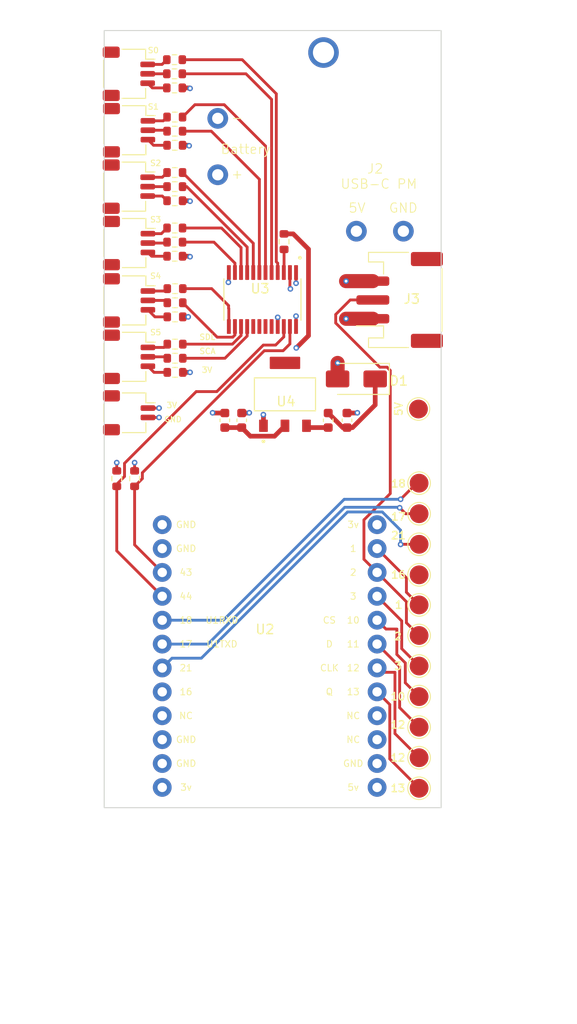
<source format=kicad_pcb>
(kicad_pcb (version 20240108) (generator "pcbnew") (generator_version "8.0")
  (layers (0 "F.Cu" signal) (1 "In1.Cu" signal) (2 "In2.Cu" signal) (31 "B.Cu" signal) (34 "B.Paste" user) (35 "F.Paste" user) (36 "B.SilkS" user "B.Silkscreen") (37 "F.SilkS" user "F.Silkscreen") (38 "B.Mask" user) (39 "F.Mask" user) (44 "Edge.Cuts" user))
  (net 0 "")
  (net 1 "Net-(U4-VIN)")
  (net 2 "Net-(D1-K)")
  (net 3 "Net-(U4-VOUT)")
  (net 4 "/+3.3V")
  (net 5 "/GND")
  (net 6 "/+5V")
  (net 7 "Net-(J4-Pin_1)")
  (net 8 "Net-(J4-Pin_2)")
  (net 9 "Net-(J4-Pin_3)")
  (net 10 "Net-(J5-Pin_1)")
  (net 11 "Net-(J5-Pin_2)")
  (net 12 "Net-(J6-Pin_2)")
  (net 13 "Net-(J6-Pin_3)")
  (net 14 "Net-(J6-Pin_1)")
  (net 15 "Net-(J7-Pin_1)")
  (net 16 "Net-(J7-Pin_2)")
  (net 17 "Net-(J8-Pin_3)")
  (net 18 "Net-(J8-Pin_1)")
  (net 19 "Net-(J8-Pin_2)")
  (net 20 "Net-(J9-Pin_2)")
  (net 21 "Net-(J9-Pin_1)")
  (net 22 "/SDA")
  (net 23 "/SCL")
  (net 24 "Net-(U2-10)")
  (net 25 "Net-(U3-SD0)")
  (net 26 "Net-(U3-SC0)")
  (net 27 "Net-(U3-SD1)")
  (net 28 "Net-(U3-SC1)")
  (net 29 "Net-(U3-SD2)")
  (net 30 "Net-(U3-SC2)")
  (net 31 "Net-(U3-SD3)")
  (net 32 "Net-(U3-SC3)")
  (net 33 "Net-(U3-SD4)")
  (net 34 "Net-(U3-SC4)")
  (net 35 "Net-(U3-SD5)")
  (net 36 "Net-(U3-SC5)")
  (net 37 "Net-(U2-1)")
  (net 38 "Net-(U2-3)")
  (net 39 "Net-(U2-18)")
  (net 40 "Net-(U2-17)")
  (net 41 "Net-(U2-21)")
  (net 42 "Net-(U2-16)")
  (net 50 "Net-(3V1-Pad1)")
  (net 51 "Net-(3V2-Pad1)")
  (net 52 "Net-(J3-Pin_2)")
  (footprint "Connector_JST:JST_SH_SM02B-SRSS-TB_1x02-1MP_P1.00mm_Horizontal" (layer "F.Cu") (at 138.3125 100.2 -90)
    (property "Reference" "J10" (hide yes))
    (property "Value" "Conn_01x02")
  )
  (footprint "Resistor_SMD:R_0603_1608Metric" (layer "F.Cu") (at 143.175 82.05)
    (property "Reference" "R17" (hide yes))
    (property "Value" "100Ω")
  )
  (footprint "Resistor_SMD:R_0603_1608Metric" (layer "F.Cu") (at 143.15 64.15)
    (property "Reference" "R11" (hide yes))
    (property "Value" "100Ω" (hide yes))
  )
  (footprint "Resistor_SMD:R_0603_1608Metric" (layer "F.Cu") (at 143.175 76.15)
    (property "Reference" "R15" (hide yes))
    (property "Value" "100Ω")
  )
  (footprint "Capacitor_SMD:C_0603_1608Metric" (layer "F.Cu") (at 148.4975 101 90)
    (property "Reference" "C2" (hide yes))
    (property "Value" "22µF")
  )
  (footprint "Connector_JST:JST_SH_SM03B-SRSS-TB_1x03-1MP_P1.00mm_Horizontal" (layer "F.Cu") (at 138.2875 64.15 -90)
    (property "Reference" "J4" (hide yes))
    (property "Value" "Conn_01x03")
  )
  (footprint "Resistor_SMD:R_0603_1608Metric" (layer "F.Cu") (at 137 107.2 90)
    (property "Reference" "R2" (hide yes))
    (property "Value" "4.7kΩ")
  )
  (footprint "Resistor_SMD:R_0603_1608Metric" (layer "F.Cu") (at 143.2 88.5)
    (property "Reference" "R19" (hide yes))
    (property "Value" "100Ω")
  )
  (footprint "Resistor_SMD:R_0603_1608Metric" (layer "F.Cu") (at 143.15 65.65 180)
    (property "Reference" "R3" (hide yes))
    (property "Value" "10kΩ" (hide yes))
  )
  (footprint "Resistor_SMD:R_0603_1608Metric" (layer "F.Cu") (at 143.175 68.75)
    (property "Reference" "R12" (hide yes))
    (property "Value" "100Ω" (hide yes))
  )
  (footprint "TestPoint:TestPoint_Pad_D2.0mm" (layer "F.Cu") (at 169.169068 123.885)
    (property "Reference" "2")
    (property "Value" "TestPoint" (hide yes))
  )
  (footprint "TestPoint:TestPoint_Pad_D2.0mm" (layer "F.Cu") (at 169.169068 110.935)
    (property "Reference" "17")
    (property "Value" "TestPoint" (hide yes))
  )
  (footprint "Resistor_SMD:R_0603_1608Metric" (layer "F.Cu") (at 143.175 80.55)
    (property "Reference" "R16" (hide yes))
    (property "Value" "100Ω")
  )
  (footprint "Capacitor_SMD:C_0603_1608Metric" (layer "F.Cu") (at 159.4975 101 -90)
    (property "Reference" "C1" (hide yes))
    (property "Value" "10µF")
  )
  (footprint "TestPoint:TestPoint_Pad_D2.0mm" (layer "F.Cu") (at 169.169068 136.885)
    (property "Reference" "12")
    (property "Value" "TestPoint" (hide yes))
  )
  (footprint "Resistor_SMD:R_0603_1608Metric" (layer "F.Cu") (at 143.175 83.55 180)
    (property "Reference" "R7" (hide yes))
    (property "Value" "10kΩ")
  )
  (footprint "Library:T-Display-S3" (layer "F.Cu") (at 164.7 145.12)
    (property "Reference" "U2")
    (property "Value" "T-Display-S3")
  )
  (footprint "Connector_JST:JST_SH_SM03B-SRSS-TB_1x03-1MP_P1.00mm_Horizontal" (layer "F.Cu") (at 138.2875 76.15 -90)
    (property "Reference" "J6" (hide yes))
    (property "Value" "Conn_01x03")
  )
  (footprint "Resistor_SMD:R_0603_1608Metric" (layer "F.Cu") (at 143.2 94.4)
    (property "Reference" "R21" (hide yes))
    (property "Value" "100Ω")
  )
  (footprint "Resistor_SMD:R_0603_1608Metric" (layer "F.Cu") (at 143.175 71.75 180)
    (property "Reference" "R4" (hide yes))
    (property "Value" "10kΩ" (hide yes))
  )
  (footprint "Resistor_SMD:R_0603_1608Metric" (layer "F.Cu") (at 143.175 77.65 180)
    (property "Reference" "R5" (hide yes))
    (property "Value" "10kΩ")
  )
  (footprint "Resistor_SMD:R_0603_1608Metric" (layer "F.Cu") (at 138.9 107.2 90)
    (property "Reference" "R1" (hide yes))
    (property "Value" "4.7kΩ")
  )
  (footprint "TestPoint:TestPoint_Pad_D2.0mm" (layer "F.Cu") (at 169.169068 120.635)
    (property "Reference" "1")
    (property "Value" "TestPoint" (hide yes))
  )
  (footprint "Diode_SMD:D_SMA" (layer "F.Cu") (at 162.4975 96.6 180)
    (property "Reference" "D1")
    (property "Value" "D_Schottky")
  )
  (footprint "TestPoint:TestPoint_Pad_D2.0mm" (layer "F.Cu") (at 169.1 99.8)
    (property "Reference" "5V")
    (property "Value" "TP")
  )
  (footprint "Connector_JST:JST_SH_SM03B-SRSS-TB_1x03-1MP_P1.00mm_Horizontal" (layer "F.Cu") (at 138.3125 70.15 -90)
    (property "Reference" "J5" (hide yes))
    (property "Value" "Conn_01x03")
  )
  (footprint "TestPoint:TestPoint_Pad_D2.0mm" (layer "F.Cu") (at 169.169068 140.135)
    (property "Reference" "13")
    (property "Value" "TestPoint" (hide yes))
  )
  (footprint "Resistor_SMD:R_0603_1608Metric" (layer "F.Cu") (at 143.175 74.65)
    (property "Reference" "R14" (hide yes))
    (property "Value" "100Ω")
  )
  (footprint "Resistor_SMD:R_0603_1608Metric" (layer "F.Cu") (at 143.2 87)
    (property "Reference" "R18" (hide yes))
    (property "Value" "100Ω")
  )
  (footprint "TestPoint:TestPoint_Pad_D2.0mm" (layer "F.Cu") (at 169.169068 127.135)
    (property "Reference" "3")
    (property "Value" "TestPoint" (hide yes))
  )
  (footprint "TestPoint:TestPoint_Pad_D2.0mm" (layer "F.Cu") (at 169.169068 117.435)
    (property "Reference" "16")
    (property "Value" "TestPoint" (hide yes))
  )
  (footprint "Resistor_SMD:R_0603_1608Metric" (layer "F.Cu") (at 143.175 70.25)
    (property "Reference" "R13" (hide yes))
    (property "Value" "100Ω" (hide yes))
  )
  (footprint "TestPoint:TestPoint_Pad_D2.0mm" (layer "F.Cu") (at 169.169068 114.185)
    (property "Reference" "21")
    (property "Value" "TestPoint" (hide yes))
  )
  (footprint "TestPoint:TestPoint_Pad_D2.0mm" (layer "F.Cu") (at 169.169068 130.385)
    (property "Reference" "10")
    (property "Value" "TestPoint" (hide yes))
  )
  (footprint "AMS1117-3.3:SOT229P700X180-4N" (layer "F.Cu") (at 154.8975 98.2375 90)
    (property "Reference" "U4")
    (property "Value" "AMS1117-3.3")
  )
  (footprint "Resistor_SMD:R_0603_1608Metric" (layer "F.Cu") (at 154.8 82 90)
    (property "Reference" "R6" (hide yes))
    (property "Value" "10kΩ")
  )
  (footprint "Library:USBC_Power_Module" (layer "F.Cu") (at 171.4975 81.8875 180)
    (property "Reference" "J2")
    (property "Value" "~")
  )
  (footprint "Connector_JST:JST_SH_SM03B-SRSS-TB_1x03-1MP_P1.00mm_Horizontal" (layer "F.Cu") (at 138.3125 88.25 -90)
    (property "Reference" "J8" (hide yes))
    (property "Value" "Conn_01x03")
  )
  (footprint "Connector_JST:JST_SH_SM03B-SRSS-TB_1x03-1MP_P1.00mm_Horizontal" (layer "F.Cu") (at 138.3125 94.25 -90)
    (property "Reference" "J9" (hide yes))
    (property "Value" "Conn_01x03")
  )
  (footprint "TCA9548:SOP65P640X120-24N" (layer "F.Cu") (at 152.5 88.155 -90)
    (property "Reference" "U3")
    (property "Value" "TCA9548APWR")
  )
  (footprint "TestPoint:TestPoint_Pad_D2.0mm" (layer "F.Cu") (at 169.169068 133.635)
    (property "Reference" "12")
    (property "Value" "TestPoint" (hide yes))
  )
  (footprint "Resistor_SMD:R_0603_1608Metric" (layer "F.Cu") (at 143.2 92.9)
    (property "Reference" "R20" (hide yes))
    (property "Value" "100Ω")
  )
  (footprint "Resistor_SMD:R_0603_1608Metric" (layer "F.Cu") (at 143.15 62.65)
    (property "Reference" "R10" (hide yes))
    (property "Value" "100Ω" (hide yes))
  )
  (footprint "Capacitor_SMD:C_0603_1608Metric" (layer "F.Cu") (at 161.4975 101 90)
    (property "Reference" "C3" (hide yes))
    (property "Value" "0.1µF")
  )
  (footprint "Resistor_SMD:R_0603_1608Metric" (layer "F.Cu") (at 143.2 90 180)
    (property "Reference" "R8" (hide yes))
    (property "Value" "10kΩ")
  )
  (footprint "Connector_JST:JST_PH_S3B-PH-SM4-TB_1x03-1MP_P2.00mm_Horizontal" (layer "F.Cu") (at 167.0975 88.2 90)
    (property "Reference" "J3")
    (property "Value" "LED_Strip")
  )
  (footprint "Connector_JST:JST_SH_SM03B-SRSS-TB_1x03-1MP_P1.00mm_Horizontal" (layer "F.Cu") (at 138.3125 82.15 -90)
    (property "Reference" "J7" (hide yes))
    (property "Value" "Conn_01x03")
  )
  (footprint "TestPoint:TestPoint_Pad_D2.0mm" (layer "F.Cu") (at 169.169068 107.685)
    (property "Reference" "18")
    (property "Value" "TP")
  )
  (footprint "Capacitor_SMD:C_0603_1608Metric" (layer "F.Cu") (at 150.2975 101 90)
    (property "Reference" "C4" (hide yes))
    (property "Value" "0.1µF")
  )
  (footprint "Resistor_SMD:R_0603_1608Metric" (layer "F.Cu") (at 143.2 95.9 180)
    (property "Reference" "R9" (hide yes))
    (property "Value" "10kΩ")
  )
  (gr_rect (start 135.6625 59.55) (end 171.5125 142.2) (stroke (width 0.1)) (fill none) (layer "Edge.Cuts"))
  (gr_text "3V" (at 142.25 99.75 0) (layer "F.SilkS") (effects (font (size 0.6 0.6) (thickness 0.1)) (justify left bottom)))
  (gr_text "S2" (at 140.5 74 0) (layer "F.SilkS") (effects (font (size 0.6 0.6) (thickness 0.1)) (justify left bottom)))
  (gr_text "3V" (at 146 96 0) (layer "F.SilkS") (effects (font (size 0.6 0.6) (thickness 0.1)) (justify left bottom)))
  (gr_text "S0" (at 140.25 62 0) (layer "F.SilkS") (effects (font (size 0.6 0.6) (thickness 0.1)) (justify left bottom)))
  (gr_text "S1" (at 140.25 68 0) (layer "F.SilkS") (effects (font (size 0.6 0.6) (thickness 0.1)) (justify left bottom)))
  (gr_text "S4" (at 140.5 86 0) (layer "F.SilkS") (effects (font (size 0.6 0.6) (thickness 0.1)) (justify left bottom)))
  (gr_text "S3" (at 140.5 80 0) (layer "F.SilkS") (effects (font (size 0.6 0.6) (thickness 0.1)) (justify left bottom)))
  (gr_text "SCA" (at 145.75 94 0) (layer "F.SilkS") (effects (font (size 0.6 0.6) (thickness 0.1)) (justify left bottom)))
  (gr_text "GND" (at 142 101.25 0) (layer "F.SilkS") (effects (font (size 0.6 0.6) (thickness 0.1)) (justify left bottom)))
  (gr_text "SDL" (at 145.75 92.5 0) (layer "F.SilkS") (effects (font (size 0.6 0.6) (thickness 0.1)) (justify left bottom)))
  (gr_text "S5" (at 140.5 92 0) (layer "F.SilkS") (effects (font (size 0.6 0.6) (thickness 0.1)) (justify left bottom)))
  (segment (start 159.4975 101.775) (end 157.38 101.775) (width 0.5) (layer "F.Cu") (net 1))
  (segment (start 157.38 101.775) (end 157.1875 101.5825) (width 0.5) (layer "F.Cu") (net 1))
  (segment (start 161.4975 101.775) (end 161.0475 101.775) (width 0.5) (layer "F.Cu") (net 2))
  (segment (start 164.4975 99.360661) (end 164.4975 96.6) (width 0.5) (layer "F.Cu") (net 2))
  (segment (start 162.083161 101.775) (end 164.4975 99.360661) (width 0.5) (layer "F.Cu") (net 2))
  (segment (start 161.0475 101.775) (end 159.4975 100.225) (width 0.5) (layer "F.Cu") (net 2))
  (segment (start 161.4975 101.775) (end 162.083161 101.775) (width 0.5) (layer "F.Cu") (net 2))
  (segment (start 150.2975 101.775) (end 148.4975 101.775) (width 0.5) (layer "F.Cu") (net 3))
  (segment (start 151.21 102.6875) (end 150.2975 101.775) (width 0.5) (layer "F.Cu") (net 3))
  (segment (start 153.7925 102.6875) (end 151.21 102.6875) (width 0.5) (layer "F.Cu") (net 3))
  (segment (start 154.8975 101.5825) (end 153.7925 102.6875) (width 0.5) (layer "F.Cu") (net 3))
  (segment (start 147.2225 100.225) (end 147.1975 100.2) (width 0.5) (layer "F.Cu") (net 4))
  (segment (start 144 71.75) (end 144.65 71.75) (width 0.5) (layer "F.Cu") (net 4))
  (segment (start 154.8 81.175) (end 155.775 81.175) (width 0.5) (layer "F.Cu") (net 4))
  (segment (start 156.075 91.025) (end 156.075 89.9225) (width 0.3) (layer "F.Cu") (net 4))
  (segment (start 144.65 71.75) (end 144.7 71.8) (width 0.5) (layer "F.Cu") (net 4))
  (segment (start 144.025 95.9) (end 144.8 95.9) (width 0.5) (layer "F.Cu") (net 4))
  (segment (start 144.75 83.55) (end 144.8 83.6) (width 0.5) (layer "F.Cu") (net 4))
  (segment (start 155.775 81.175) (end 157.4 82.8) (width 0.5) (layer "F.Cu") (net 4))
  (segment (start 144.75 65.65) (end 144.8 65.7) (width 0.5) (layer "F.Cu") (net 4))
  (segment (start 157.4 82.8) (end 157.4 92) (width 0.5) (layer "F.Cu") (net 4))
  (segment (start 157.4 92) (end 156.1 93.3) (width 0.5) (layer "F.Cu") (net 4))
  (segment (start 140.3125 99.7) (end 141.5 99.7) (width 0.3) (layer "F.Cu") (net 4))
  (segment (start 143.975 65.65) (end 144.75 65.65) (width 0.5) (layer "F.Cu") (net 4))
  (segment (start 138.9 106.375) (end 138.9 105.5) (width 0.3) (layer "F.Cu") (net 4))
  (segment (start 144.75 77.65) (end 144.8 77.7) (width 0.5) (layer "F.Cu") (net 4))
  (segment (start 148.4975 100.225) (end 147.2225 100.225) (width 0.5) (layer "F.Cu") (net 4))
  (segment (start 144 77.65) (end 144.75 77.65) (width 0.5) (layer "F.Cu") (net 4))
  (segment (start 144.025 90) (end 144.6 90) (width 0.5) (layer "F.Cu") (net 4))
  (segment (start 137 106.375) (end 137 105.5) (width 0.3) (layer "F.Cu") (net 4))
  (segment (start 144 83.55) (end 144.75 83.55) (width 0.5) (layer "F.Cu") (net 4))
  (via (at 147.1975 100.2) (size 0.6) (drill 0.3) (layers "F.Cu" "B.Cu") (net 4))
  (via (at 144.8 83.6) (size 0.6) (drill 0.3) (layers "F.Cu" "B.Cu") (net 4))
  (via (at 156.1 93.3) (size 0.6) (drill 0.3) (layers "F.Cu" "B.Cu") (net 4))
  (via (at 144.6 90) (size 0.6) (drill 0.3) (layers "F.Cu" "B.Cu") (net 4))
  (via (at 156.075 89.9225) (size 0.6) (drill 0.3) (layers "F.Cu" "B.Cu") (net 4))
  (via (at 144.8 95.9) (size 0.6) (drill 0.3) (layers "F.Cu" "B.Cu") (net 4))
  (via (at 137 105.5) (size 0.6) (drill 0.3) (layers "F.Cu" "B.Cu") (net 4))
  (via (at 138.9 105.5) (size 0.6) (drill 0.3) (layers "F.Cu" "B.Cu") (net 4))
  (via (at 144.7 71.8) (size 0.6) (drill 0.3) (layers "F.Cu" "B.Cu") (net 4))
  (via (at 144.8 65.7) (size 0.6) (drill 0.3) (layers "F.Cu" "B.Cu") (net 4))
  (via (at 144.8 77.7) (size 0.6) (drill 0.3) (layers "F.Cu" "B.Cu") (net 4))
  (via (at 141.5 99.7) (size 0.6) (drill 0.3) (layers "F.Cu" "B.Cu") (net 4))
  (segment (start 152.6075 101.5825) (end 152.6075 100.41) (width 0.5) (layer "F.Cu") (net 5))
  (segment (start 150.2975 100.225) (end 151.0725 100.225) (width 0.5) (layer "F.Cu") (net 5))
  (segment (start 148.925 86.2725) (end 148.875 86.3225) (width 0.3) (layer "F.Cu") (net 5))
  (segment (start 155.425 85.285) (end 155.425 86.9725) (width 0.3) (layer "F.Cu") (net 5))
  (segment (start 154.125 90.049174) (end 154.125001 90.049173) (width 0.3) (layer "F.Cu") (net 5))
  (segment (start 140.3125 100.7) (end 141.5 100.7) (width 0.3) (layer "F.Cu") (net 5))
  (segment (start 155.425 86.9725) (end 155.475 87.0225) (width 0.3) (layer "F.Cu") (net 5))
  (segment (start 148.925 85.285) (end 148.925 86.2725) (width 0.3) (layer "F.Cu") (net 5))
  (segment (start 161.4975 100.225) (end 162.5725 100.225) (width 0.5) (layer "F.Cu") (net 5))
  (segment (start 164.2475 86.2) (end 161.4 86.2) (width 1.5) (layer "F.Cu") (net 5))
  (segment (start 162.5725 100.225) (end 162.5975 100.2) (width 0.5) (layer "F.Cu") (net 5))
  (segment (start 156.075 85.285) (end 156.075 86.4225) (width 0.3) (layer "F.Cu") (net 5))
  (segment (start 154.125 91.025) (end 154.125 90.049174) (width 0.3) (layer "F.Cu") (net 5))
  (segment (start 151.0725 100.225) (end 151.0975 100.2) (width 0.5) (layer "F.Cu") (net 5))
  (segment (start 152.6075 100.41) (end 152.5975 100.4) (width 0.5) (layer "F.Cu") (net 5))
  (via (at 154.125001 90.049173) (size 0.6) (drill 0.3) (layers "F.Cu" "B.Cu") (net 5))
  (via (at 152.5975 100.4) (size 0.6) (drill 0.3) (layers "F.Cu" "B.Cu") (net 5))
  (via (at 151.0975 100.2) (size 0.6) (drill 0.3) (layers "F.Cu" "B.Cu") (net 5))
  (via (at 148.875 86.3225) (size 0.6) (drill 0.3) (layers "F.Cu" "B.Cu") (net 5))
  (via (at 161.4 86.2) (size 0.6) (drill 0.3) (layers "F.Cu" "B.Cu") (net 5))
  (via (at 156.075 86.4225) (size 0.6) (drill 0.3) (layers "F.Cu" "B.Cu") (net 5))
  (via (at 155.475 87.0225) (size 0.6) (drill 0.3) (layers "F.Cu" "B.Cu") (net 5))
  (via (at 162.5975 100.2) (size 0.6) (drill 0.3) (layers "F.Cu" "B.Cu") (net 5))
  (via (at 141.5 100.7) (size 0.6) (drill 0.3) (layers "F.Cu" "B.Cu") (net 5))
  (segment (start 164.2475 90.2) (end 161.3975 90.2) (width 1.5) (layer "F.Cu") (net 6))
  (segment (start 160.4975 96.6) (end 160.4975 94.9) (width 1.5) (layer "F.Cu") (net 6))
  (via (at 161.3975 90.2) (size 0.6) (drill 0.3) (layers "F.Cu" "B.Cu") (net 6))
  (via (at 160.4975 94.9) (size 0.6) (drill 0.3) (layers "F.Cu" "B.Cu") (net 6))
  (segment (start 141.825 63.15) (end 142.325 62.65) (width 0.3) (layer "F.Cu") (net 7))
  (segment (start 140.2875 63.15) (end 141.825 63.15) (width 0.3) (layer "F.Cu") (net 7))
  (segment (start 140.2875 64.15) (end 142.325 64.15) (width 0.3) (layer "F.Cu") (net 8))
  (segment (start 140.9125 71.75) (end 140.3125 71.15) (width 0.3) (layer "F.Cu") (net 9))
  (segment (start 167.1 127.2) (end 164.7 124.8) (width 0.3) (layer "F.Cu") (net 9))
  (segment (start 142.35 71.75) (end 140.9125 71.75) (width 0.3) (layer "F.Cu") (net 9))
  (segment (start 140.7875 65.65) (end 140.2875 65.15) (width 0.3) (layer "F.Cu") (net 9))
  (segment (start 169.169068 133.635) (end 167.1 131.565932) (width 0.3) (layer "F.Cu") (net 9))
  (segment (start 142.325 65.65) (end 140.7875 65.65) (width 0.3) (layer "F.Cu") (net 9))
  (segment (start 167.1 131.565932) (end 167.1 127.2) (width 0.3) (layer "F.Cu") (net 9))
  (segment (start 140.3125 69.15) (end 141.95 69.15) (width 0.3) (layer "F.Cu") (net 10))
  (segment (start 141.95 69.15) (end 142.35 68.75) (width 0.3) (layer "F.Cu") (net 10))
  (segment (start 140.3125 70.15) (end 142.25 70.15) (width 0.3) (layer "F.Cu") (net 11))
  (segment (start 142.25 70.15) (end 142.35 70.25) (width 0.3) (layer "F.Cu") (net 11))
  (segment (start 140.2875 76.15) (end 142.35 76.15) (width 0.3) (layer "F.Cu") (net 12))
  (segment (start 169.169068 136.885) (end 166.6 134.315932) (width 0.3) (layer "F.Cu") (net 13))
  (segment (start 142.35 83.55) (end 140.7125 83.55) (width 0.3) (layer "F.Cu") (net 13))
  (segment (start 140.2875 77.15) (end 141.85 77.15) (width 0.3) (layer "F.Cu") (net 13))
  (segment (start 166.6 127.8) (end 165.16 127.8) (width 0.3) (layer "F.Cu") (net 13))
  (segment (start 166.6 134.315932) (end 166.6 127.8) (width 0.3) (layer "F.Cu") (net 13))
  (segment (start 140.7125 83.55) (end 140.3125 83.15) (width 0.3) (layer "F.Cu") (net 13))
  (segment (start 141.85 77.15) (end 142.35 77.65) (width 0.3) (layer "F.Cu") (net 13))
  (segment (start 165.16 127.8) (end 164.7 127.34) (width 0.3) (layer "F.Cu") (net 13))
  (segment (start 140.2875 75.15) (end 141.85 75.15) (width 0.3) (layer "F.Cu") (net 14))
  (segment (start 141.85 75.15) (end 142.35 74.65) (width 0.3) (layer "F.Cu") (net 14))
  (segment (start 140.3125 81.15) (end 141.75 81.15) (width 0.3) (layer "F.Cu") (net 15))
  (segment (start 141.75 81.15) (end 142.35 80.55) (width 0.3) (layer "F.Cu") (net 15))
  (segment (start 140.3125 82.15) (end 142.25 82.15) (width 0.3) (layer "F.Cu") (net 16))
  (segment (start 142.25 82.15) (end 142.35 82.05) (width 0.3) (layer "F.Cu") (net 16))
  (segment (start 166.05 137.015932) (end 166.05 131.23) (width 0.3) (layer "F.Cu") (net 17))
  (segment (start 140.9625 95.9) (end 140.3125 95.25) (width 0.3) (layer "F.Cu") (net 17))
  (segment (start 142.375 90) (end 141.0625 90) (width 0.3) (layer "F.Cu") (net 17))
  (segment (start 169.169068 140.135) (end 166.05 137.015932) (width 0.3) (layer "F.Cu") (net 17))
  (segment (start 141.0625 90) (end 140.3125 89.25) (width 0.3) (layer "F.Cu") (net 17))
  (segment (start 166.05 131.23) (end 164.7 129.88) (width 0.3) (layer "F.Cu") (net 17))
  (segment (start 142.375 95.9) (end 140.9625 95.9) (width 0.3) (layer "F.Cu") (net 17))
  (segment (start 140.3125 87.25) (end 142.125 87.25) (width 0.3) (layer "F.Cu") (net 18))
  (segment (start 142.125 87.25) (end 142.375 87) (width 0.3) (layer "F.Cu") (net 18))
  (segment (start 140.3125 88.25) (end 142.125 88.25) (width 0.3) (layer "F.Cu") (net 19))
  (segment (start 142.125 88.25) (end 142.375 88.5) (width 0.3) (layer "F.Cu") (net 19))
  (segment (start 142.225 94.25) (end 142.375 94.4) (width 0.3) (layer "F.Cu") (net 20))
  (segment (start 140.3125 94.25) (end 142.225 94.25) (width 0.3) (layer "F.Cu") (net 20))
  (segment (start 140.3125 93.25) (end 142.025 93.25) (width 0.3) (layer "F.Cu") (net 21))
  (segment (start 142.025 93.25) (end 142.375 92.9) (width 0.3) (layer "F.Cu") (net 21))
  (segment (start 141.838136 117.18) (end 138.9 114.241864) (width 0.3) (layer "F.Cu") (net 22))
  (segment (start 138.9 114.241864) (end 138.9 108.025) (width 0.3) (layer "F.Cu") (net 22))
  (segment (start 138.9 108.025) (end 139.725 107.2) (width 0.3) (layer "F.Cu") (net 22))
  (segment (start 139.725 107.2) (end 139.725 106.575) (width 0.3) (layer "F.Cu") (net 22))
  (segment (start 155.425 92.875) (end 155.425 91.025) (width 0.3) (layer "F.Cu") (net 22))
  (segment (start 152.7 93.6) (end 154.7 93.6) (width 0.3) (layer "F.Cu") (net 22))
  (segment (start 139.725 106.575) (end 152.7 93.6) (width 0.3) (layer "F.Cu") (net 22))
  (segment (start 154.7 93.6) (end 155.425 92.875) (width 0.3) (layer "F.Cu") (net 22))
  (segment (start 154.775 92.125) (end 154.775 91.025) (width 0.3) (layer "F.Cu") (net 23))
  (segment (start 153.9 93) (end 154.775 92.125) (width 0.3) (layer "F.Cu") (net 23))
  (segment (start 145.453553 97.946447) (end 147.646446 97.946447) (width 0.3) (layer "F.Cu") (net 23))
  (segment (start 137.825 105.575) (end 145.453553 97.946447) (width 0.3) (layer "F.Cu") (net 23))
  (segment (start 147.646446 97.946447) (end 152.592893 93) (width 0.3) (layer "F.Cu") (net 23))
  (segment (start 137 107.8) (end 137.825 106.975) (width 0.3) (layer "F.Cu") (net 23))
  (segment (start 137 108.025) (end 137 107.8) (width 0.3) (layer "F.Cu") (net 23))
  (segment (start 137.825 106.975) (end 137.825 105.575) (width 0.3) (layer "F.Cu") (net 23))
  (segment (start 152.592893 93) (end 153.9 93) (width 0.3) (layer "F.Cu") (net 23))
  (segment (start 141.838136 119.72) (end 137 114.881864) (width 0.3) (layer "F.Cu") (net 23))
  (segment (start 137 114.881864) (end 137 108.025) (width 0.3) (layer "F.Cu") (net 23))
  (segment (start 169.169068 130.385) (end 167.7 128.915932) (width 0.3) (layer "F.Cu") (net 24))
  (segment (start 154.8 85.26) (end 154.775 85.285) (width 0.3) (layer "F.Cu") (net 24))
  (segment (start 167.7 126.8) (end 166.8 125.9) (width 0.3) (layer "F.Cu") (net 24))
  (segment (start 167.7 128.915932) (end 167.7 126.8) (width 0.3) (layer "F.Cu") (net 24))
  (segment (start 166.8 123.2) (end 165.64 123.2) (width 0.3) (layer "F.Cu") (net 24))
  (segment (start 154.8 82.825) (end 154.8 85.26) (width 0.3) (layer "F.Cu") (net 24))
  (segment (start 165.64 123.2) (end 164.7 122.26) (width 0.3) (layer "F.Cu") (net 24))
  (segment (start 166.8 125.9) (end 166.8 123.2) (width 0.3) (layer "F.Cu") (net 24))
  (segment (start 154.125 84.288626) (end 154.125 85.285) (width 0.3) (layer "F.Cu") (net 25))
  (segment (start 150.35 62.65) (end 153.975 66.275) (width 0.3) (layer "F.Cu") (net 25))
  (segment (start 153.975 84.138626) (end 154.125 84.288626) (width 0.3) (layer "F.Cu") (net 25))
  (segment (start 153.975 66.275) (end 153.975 84.138626) (width 0.3) (layer "F.Cu") (net 25))
  (segment (start 143.975 62.65) (end 150.35 62.65) (width 0.3) (layer "F.Cu") (net 25))
  (segment (start 153.475 66.875) (end 153.475 85.285) (width 0.3) (layer "F.Cu") (net 26))
  (segment (start 150.75 64.15) (end 153.475 66.875) (width 0.3) (layer "F.Cu") (net 26))
  (segment (start 143.975 64.15) (end 150.75 64.15) (width 0.3) (layer "F.Cu") (net 26))
  (segment (start 144 68.75) (end 145.3125 67.4375) (width 0.3) (layer "F.Cu") (net 27))
  (segment (start 145.3125 67.4375) (end 148.4375 67.4375) (width 0.3) (layer "F.Cu") (net 27))
  (segment (start 148.4375 67.4375) (end 152.825 71.825) (width 0.3) (layer "F.Cu") (net 27))
  (segment (start 152.825 71.825) (end 152.825 85.285) (width 0.3) (layer "F.Cu") (net 27))
  (segment (start 152.175 75.36561) (end 152.175 85.285) (width 0.3) (layer "F.Cu") (net 28))
  (segment (start 147.05939 70.25) (end 152.175 75.36561) (width 0.3) (layer "F.Cu") (net 28))
  (segment (start 144 70.25) (end 147.05939 70.25) (width 0.3) (layer "F.Cu") (net 28))
  (segment (start 151.525 82.175) (end 151.525 85.285) (width 0.3) (layer "F.Cu") (net 29))
  (segment (start 144 74.65) (end 151.525 82.175) (width 0.3) (layer "F.Cu") (net 29))
  (segment (start 144.45 76.15) (end 150.875 82.575) (width 0.3) (layer "F.Cu") (net 30))
  (segment (start 144 76.15) (end 144.45 76.15) (width 0.3) (layer "F.Cu") (net 30))
  (segment (start 150.875 82.575) (end 150.875 85.285) (width 0.3) (layer "F.Cu") (net 30))
  (segment (start 144 80.55) (end 148.142894 80.55) (width 0.3) (layer "F.Cu") (net 31))
  (segment (start 148.142894 80.55) (end 150.225 82.632106) (width 0.3) (layer "F.Cu") (net 31))
  (segment (start 150.225 82.632106) (end 150.225 85.285) (width 0.3) (layer "F.Cu") (net 31))
  (segment (start 144 82.05) (end 147.336374 82.05) (width 0.3) (layer "F.Cu") (net 32))
  (segment (start 147.336374 82.05) (end 149.575 84.288626) (width 0.3) (layer "F.Cu") (net 32))
  (segment (start 149.575 84.288626) (end 149.575 85.285) (width 0.3) (layer "F.Cu") (net 32))
  (segment (start 147.1 87) (end 148.9 88.8) (width 0.3) (layer "F.Cu") (net 33))
  (segment (start 148.925 89.125) (end 148.925 91.025) (width 0.3) (layer "F.Cu") (net 33))
  (segment (start 148.9 88.8) (end 148.9 89.1) (width 0.3) (layer "F.Cu") (net 33))
  (segment (start 144.025 87) (end 147.1 87) (width 0.3) (layer "F.Cu") (net 33))
  (segment (start 148.9 89.1) (end 148.925 89.125) (width 0.3) (layer "F.Cu") (net 33))
  (segment (start 149.575 91.925) (end 149.575 91.025) (width 0.3) (layer "F.Cu") (net 34))
  (segment (start 149.34 92.16) (end 149.575 91.925) (width 0.3) (layer "F.Cu") (net 34))
  (segment (start 144.025 88.5) (end 147.685 92.16) (width 0.3) (layer "F.Cu") (net 34))
  (segment (start 147.685 92.16) (end 149.34 92.16) (width 0.3) (layer "F.Cu") (net 34))
  (segment (start 144.025 92.9) (end 149.307107 92.9) (width 0.3) (layer "F.Cu") (net 35))
  (segment (start 150.225 91.982107) (end 150.225 91.025) (width 0.3) (layer "F.Cu") (net 35))
  (segment (start 149.307107 92.9) (end 150.225 91.982107) (width 0.3) (layer "F.Cu") (net 35))
  (segment (start 150.875 92.039213) (end 150.875 91.025) (width 0.3) (layer "F.Cu") (net 36))
  (segment (start 144.025 94.4) (end 148.514213 94.4) (width 0.3) (layer "F.Cu") (net 36))
  (segment (start 148.514213 94.4) (end 150.875 92.039213) (width 0.3) (layer "F.Cu") (net 36))
  (segment (start 167.819068 117.759068) (end 164.7 114.64) (width 0.3) (layer "F.Cu") (net 37))
  (segment (start 167.819068 119.285) (end 167.819068 117.759068) (width 0.3) (layer "F.Cu") (net 37))
  (segment (start 169.169068 120.635) (end 167.819068 119.285) (width 0.3) (layer "F.Cu") (net 37))
  (segment (start 167.319068 125.285) (end 167.319068 122.339068) (width 0.3) (layer "F.Cu") (net 38))
  (segment (start 169.169068 127.135) (end 167.319068 125.285) (width 0.3) (layer "F.Cu") (net 38))
  (segment (start 167.319068 122.339068) (end 164.7 119.72) (width 0.3) (layer "F.Cu") (net 38))
  (segment (start 169.169068 107.685) (end 168.915 107.685) (width 0.3) (layer "F.Cu") (net 39))
  (segment (start 168.915 107.685) (end 167.2 109.4) (width 0.3) (layer "F.Cu") (net 39))
  (via (at 167.2 109.4) (size 0.6) (drill 0.3) (layers "F.Cu" "B.Cu") (net 39))
  (segment (start 161.2 109.4) (end 148.34 122.26) (width 0.3) (layer "B.Cu") (net 39))
  (segment (start 148.34 122.26) (end 141.838136 122.26) (width 0.3) (layer "B.Cu") (net 39))
  (segment (start 167.2 109.4) (end 161.2 109.4) (width 0.3) (layer "B.Cu") (net 39))
  (segment (start 169.169068 110.935) (end 167.735 110.935) (width 0.3) (layer "F.Cu") (net 40))
  (segment (start 167.735 110.935) (end 167.1 110.3) (width 0.3) (layer "F.Cu") (net 40))
  (via (at 167.1 110.3) (size 0.6) (drill 0.3) (layers "F.Cu" "B.Cu") (net 40))
  (segment (start 146.7 124.8) (end 141.838136 124.8) (width 0.3) (layer "B.Cu") (net 40))
  (segment (start 161.25 110.25) (end 146.7 124.8) (width 0.3) (layer "B.Cu") (net 40))
  (segment (start 167.1 110.3) (end 167.05 110.25) (width 0.3) (layer "B.Cu") (net 40))
  (segment (start 167.05 110.25) (end 161.25 110.25) (width 0.3) (layer "B.Cu") (net 40))
  (segment (start 169.169068 114.185) (end 167.215 114.185) (width 0.3) (layer "F.Cu") (net 41))
  (segment (start 167.215 114.185) (end 167.2 114.2) (width 0.3) (layer "F.Cu") (net 41))
  (via (at 167.2 114.2) (size 0.6) (drill 0.3) (layers "F.Cu" "B.Cu") (net 41))
  (segment (start 161.55 110.75) (end 146 126.3) (width 0.3) (layer "B.Cu") (net 41))
  (segment (start 146 126.3) (end 142.878136 126.3) (width 0.3) (layer "B.Cu") (net 41))
  (segment (start 142.878136 126.3) (end 141.838136 127.34) (width 0.3) (layer "B.Cu") (net 41))
  (segment (start 165.259189 110.75) (end 161.55 110.75) (width 0.3) (layer "B.Cu") (net 41))
  (segment (start 167.2 114.2) (end 167.2 112.690811) (width 0.3) (layer "B.Cu") (net 41))
  (segment (start 167.2 112.690811) (end 165.259189 110.75) (width 0.3) (layer "B.Cu") (net 41))
  (segment (start 160.2975 89.744365) (end 160.2975 90.655635) (width 0.3) (layer "F.Cu") (net 52))
  (segment (start 164.2475 88.2) (end 161.841865 88.2) (width 0.3) (layer "F.Cu") (net 52))
  (segment (start 167.819068 122.535) (end 167.819068 120.299068) (width 0.3) (layer "F.Cu") (net 52))
  (segment (start 161.841865 88.2) (end 160.2975 89.744365) (width 0.3) (layer "F.Cu") (net 52))
  (segment (start 163.3 111.590811) (end 163.3 115.78) (width 0.3) (layer "F.Cu") (net 52))
  (segment (start 164.991865 95.35) (end 165.752956 95.35) (width 0.3) (layer "F.Cu") (net 52))
  (segment (start 160.2975 90.655635) (end 164.991865 95.35) (width 0.3) (layer "F.Cu") (net 52))
  (segment (start 166.1 108.790811) (end 163.3 111.590811) (width 0.3) (layer "F.Cu") (net 52))
  (segment (start 169.169068 123.885) (end 167.819068 122.535) (width 0.3) (layer "F.Cu") (net 52))
  (segment (start 166.1 95.697044) (end 166.1 108.790811) (width 0.3) (layer "F.Cu") (net 52))
  (segment (start 163.3 115.78) (end 164.7 117.18) (width 0.3) (layer "F.Cu") (net 52))
  (segment (start 167.819068 120.299068) (end 164.7 117.18) (width 0.3) (layer "F.Cu") (net 52))
  (segment (start 165.752956 95.35) (end 166.1 95.697044) (width 0.3) (layer "F.Cu") (net 52))
)
</source>
